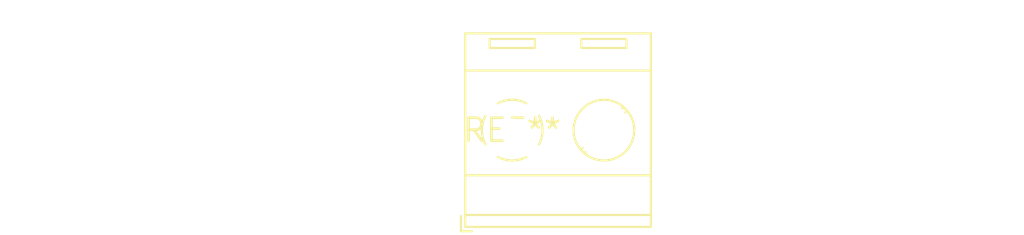
<source format=kicad_pcb>
(kicad_pcb (version 20240108) (generator pcbnew)
  (layers (0 "F.Cu" signal) (31 "B.Cu" signal) (34 "B.Paste" user) (35 "F.Paste" user) (36 "B.SilkS" user "B.Silkscreen") (37 "F.SilkS" user "F.Silkscreen") (38 "B.Mask" user) (39 "F.Mask" user) (44 "Edge.Cuts" user))
  (net 0 "")
  (footprint "TerminalBlock_RND_205-00287_1x02_P5.08mm_Horizontal" (layer "F.Cu") (at 0 0)
    (property "Reference" "REF**")
    (property "Value" "TerminalBlock_RND_205-00287_1x02_P5.08mm_Horizontal")
    (fp_line (start -2.84 4.76) (end -2.84 5.6) (layer "F.SilkS") (stroke (width 0.12)))
    (fp_line (start -2.84 5.6) (end -2.24 5.6) (layer "F.SilkS") (stroke (width 0.12)))
    (fp_line (start -2.6 -5.36) (end -2.6 5.36) (layer "F.SilkS") (stroke (width 0.12)))
    (fp_line (start -2.6 -5.36) (end 7.68 -5.36) (layer "F.SilkS") (stroke (width 0.12)))
    (fp_line (start -2.6 -3.3) (end 7.68 -3.3) (layer "F.SilkS") (stroke (width 0.12)))
    (fp_line (start -2.6 2.5) (end 7.68 2.5) (layer "F.SilkS") (stroke (width 0.12)))
    (fp_line (start -2.6 4.7) (end 7.68 4.7) (layer "F.SilkS") (stroke (width 0.12)))
    (fp_line (start -2.6 5.36) (end 7.68 5.36) (layer "F.SilkS") (stroke (width 0.12)))
    (fp_line (start -1.25 -5.05) (end -1.25 -4.55) (layer "F.SilkS") (stroke (width 0.12)))
    (fp_line (start -1.25 -5.05) (end 1.25 -5.05) (layer "F.SilkS") (stroke (width 0.12)))
    (fp_line (start -1.25 -4.55) (end 1.25 -4.55) (layer "F.SilkS") (stroke (width 0.12)))
    (fp_line (start 1.25 -5.05) (end 1.25 -4.55) (layer "F.SilkS") (stroke (width 0.12)))
    (fp_line (start 3.83 -5.05) (end 3.83 -4.55) (layer "F.SilkS") (stroke (width 0.12)))
    (fp_line (start 3.83 -5.05) (end 6.33 -5.05) (layer "F.SilkS") (stroke (width 0.12)))
    (fp_line (start 3.83 -4.55) (end 6.33 -4.55) (layer "F.SilkS") (stroke (width 0.12)))
    (fp_line (start 3.9 0.976) (end 3.806 1.069) (layer "F.SilkS") (stroke (width 0.12)))
    (fp_line (start 4.07 1.216) (end 4.011 1.274) (layer "F.SilkS") (stroke (width 0.12)))
    (fp_line (start 6.15 -1.275) (end 6.091 -1.216) (layer "F.SilkS") (stroke (width 0.12)))
    (fp_line (start 6.33 -5.05) (end 6.33 -4.55) (layer "F.SilkS") (stroke (width 0.12)))
    (fp_line (start 6.355 -1.069) (end 6.261 -0.976) (layer "F.SilkS") (stroke (width 0.12)))
    (fp_line (start 7.68 -5.36) (end 7.68 5.36) (layer "F.SilkS") (stroke (width 0.12)))
    (fp_arc (start -1.483953 0.789089) (mid -1.680708 5e-05) (end -1.484 -0.789) (layer "F.SilkS") (stroke (width 0.12)))
    (fp_arc (start -0.789089 -1.483953) (mid -5e-05 -1.680708) (end 0.789 -1.484) (layer "F.SilkS") (stroke (width 0.12)))
    (fp_arc (start 0.029383 1.68045) (mid -0.392304 1.634281) (end -0.789 1.484) (layer "F.SilkS") (stroke (width 0.12)))
    (fp_arc (start 0.788712 1.483352) (mid 0.406429 1.630097) (end 0 1.68) (layer "F.SilkS") (stroke (width 0.12)))
    (fp_arc (start 1.483953 -0.789089) (mid 1.680708 -5e-05) (end 1.484 0.789) (layer "F.SilkS") (stroke (width 0.12)))
    (fp_circle (center 5.08 0) (end 6.76 0) (layer "F.SilkS") (stroke (width 0.12)) (fill none))
    (pad "1" thru_hole rect (at 0 0) (size 2.5 2.5) (drill 1.3) (layers *.Cu *.Mask) (remove_unused_layers))
    (pad "2" thru_hole circle (at 5.08 0) (size 2.5 2.5) (drill 1.3) (layers *.Cu *.Mask) (remove_unused_layers))
  )
)
</source>
